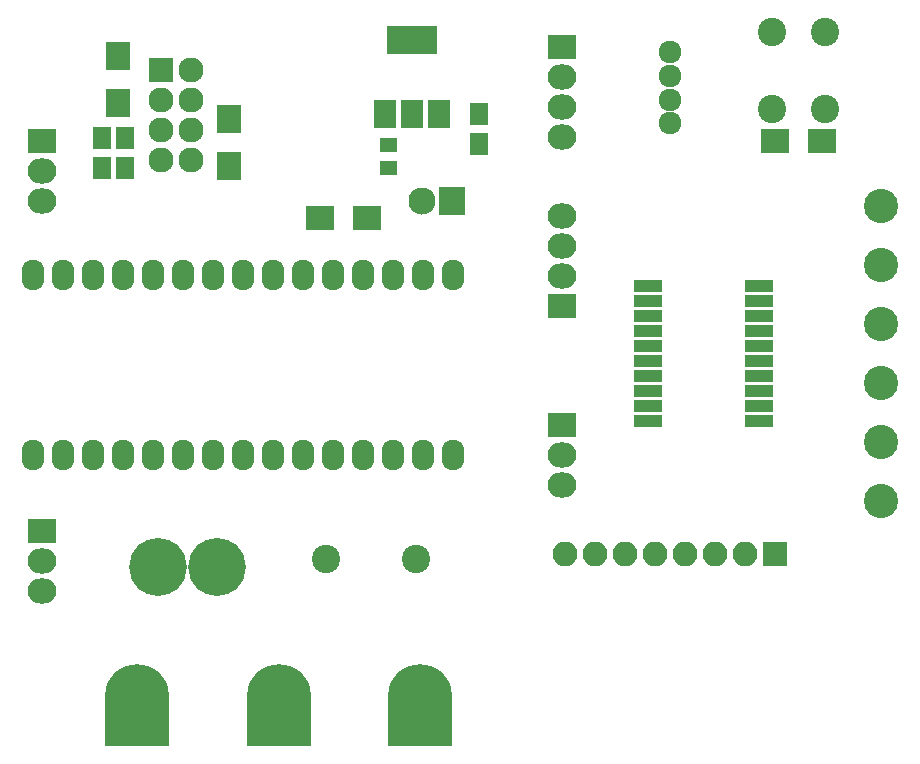
<source format=gbr>
G04 #@! TF.FileFunction,Soldermask,Top*
%FSLAX46Y46*%
G04 Gerber Fmt 4.6, Leading zero omitted, Abs format (unit mm)*
G04 Created by KiCad (PCBNEW 4.0.3-stable) date 01/13/18 15:16:55*
%MOMM*%
%LPD*%
G01*
G04 APERTURE LIST*
%ADD10C,0.100000*%
%ADD11O,1.924000X2.599640*%
%ADD12O,1.924000X2.597100*%
%ADD13R,1.650000X1.900000*%
%ADD14R,2.300000X2.400000*%
%ADD15C,2.300000*%
%ADD16C,2.900000*%
%ADD17R,2.432000X2.127200*%
%ADD18O,2.432000X2.127200*%
%ADD19R,0.900000X1.300000*%
%ADD20C,5.400000*%
%ADD21R,5.400000X4.400000*%
%ADD22C,1.924000*%
%ADD23C,2.400000*%
%ADD24C,2.398980*%
%ADD25R,2.350000X1.000000*%
%ADD26R,2.127200X2.127200*%
%ADD27O,2.127200X2.127200*%
%ADD28R,2.400000X2.100000*%
%ADD29R,2.100000X2.400000*%
%ADD30R,2.100000X2.100000*%
%ADD31O,2.100000X2.100000*%
%ADD32R,4.200000X2.400000*%
%ADD33R,1.900000X2.400000*%
%ADD34C,4.900000*%
G04 APERTURE END LIST*
D10*
D11*
X118780000Y-103380000D03*
X116240000Y-103380000D03*
X113700000Y-103380000D03*
X111160000Y-103380000D03*
X108620000Y-103380000D03*
X106080000Y-103380000D03*
X103540000Y-103380000D03*
X101000000Y-103380000D03*
X98460000Y-103380000D03*
X95920000Y-103380000D03*
X93380000Y-103380000D03*
X90840000Y-103380000D03*
X88300000Y-103380000D03*
X85760000Y-103380000D03*
X83220000Y-103380000D03*
X83220000Y-118620000D03*
X85760000Y-118620000D03*
X88300000Y-118620000D03*
X90840000Y-118620000D03*
D12*
X93380000Y-118620000D03*
X95920000Y-118620000D03*
X98460000Y-118620000D03*
X101000000Y-118620000D03*
X103540000Y-118620000D03*
X106080000Y-118620000D03*
X108620000Y-118620000D03*
X111160000Y-118620000D03*
X113700000Y-118620000D03*
X116240000Y-118620000D03*
X118780000Y-118620000D03*
D13*
X121000000Y-89750000D03*
X121000000Y-92250000D03*
X89000000Y-94250000D03*
X89000000Y-91750000D03*
X91000000Y-94250000D03*
X91000000Y-91750000D03*
D14*
X118700000Y-97100000D03*
D15*
X116160000Y-97100000D03*
D16*
X155000000Y-112500000D03*
X155000000Y-107500000D03*
D17*
X84000000Y-92000000D03*
D18*
X84000000Y-94540000D03*
X84000000Y-97080000D03*
D17*
X84000000Y-125000000D03*
D18*
X84000000Y-127540000D03*
X84000000Y-130080000D03*
D16*
X155000000Y-122500000D03*
X155000000Y-117500000D03*
X155000000Y-102500000D03*
X155000000Y-97500000D03*
D19*
X113000000Y-92300000D03*
X113600000Y-92300000D03*
X113000000Y-94300000D03*
X113600000Y-94300000D03*
D20*
X104000000Y-139000000D03*
D21*
X104000000Y-141000000D03*
X104000000Y-141000000D03*
D20*
X116000000Y-139000000D03*
D21*
X116000000Y-141000000D03*
X116000000Y-141000000D03*
D20*
X92000000Y-139000000D03*
D21*
X92000000Y-141000000D03*
X92000000Y-141000000D03*
D22*
X137100000Y-84500000D03*
X137100000Y-86500000D03*
X137100000Y-88500000D03*
X137100000Y-90500000D03*
D17*
X128000000Y-84000000D03*
D18*
X128000000Y-86540000D03*
X128000000Y-89080000D03*
X128000000Y-91620000D03*
D17*
X128000000Y-116000000D03*
D18*
X128000000Y-118540000D03*
X128000000Y-121080000D03*
D23*
X108000160Y-127400000D03*
X115599840Y-127400000D03*
D24*
X145749560Y-82748800D03*
X150250440Y-89251200D03*
X150250440Y-82748800D03*
X145749560Y-89251200D03*
D25*
X135300000Y-104285000D03*
X135300000Y-105555000D03*
X135300000Y-106825000D03*
X135300000Y-108095000D03*
X135300000Y-109365000D03*
X135300000Y-110635000D03*
X135300000Y-111905000D03*
X135300000Y-113175000D03*
X135300000Y-114445000D03*
X135300000Y-115715000D03*
X144700000Y-115715000D03*
X144700000Y-114445000D03*
X144700000Y-113175000D03*
X144700000Y-111905000D03*
X144700000Y-110635000D03*
X144700000Y-109365000D03*
X144700000Y-108095000D03*
X144700000Y-106825000D03*
X144700000Y-105555000D03*
X144700000Y-104285000D03*
D17*
X128000000Y-106000000D03*
D18*
X128000000Y-103460000D03*
X128000000Y-100920000D03*
X128000000Y-98380000D03*
D26*
X94000000Y-86000000D03*
D27*
X96540000Y-86000000D03*
X94000000Y-88540000D03*
X96540000Y-88540000D03*
X94000000Y-91080000D03*
X96540000Y-91080000D03*
X94000000Y-93620000D03*
X96540000Y-93620000D03*
D28*
X111500000Y-98500000D03*
X107500000Y-98500000D03*
X150000000Y-92000000D03*
X146000000Y-92000000D03*
D29*
X99800000Y-94100000D03*
X99800000Y-90100000D03*
X90400000Y-88800000D03*
X90400000Y-84800000D03*
D30*
X146000000Y-127000000D03*
D31*
X143460000Y-127000000D03*
X140920000Y-127000000D03*
X138380000Y-127000000D03*
X135840000Y-127000000D03*
X133300000Y-127000000D03*
X130760000Y-127000000D03*
X128220000Y-127000000D03*
D32*
X115300000Y-83450000D03*
D33*
X115300000Y-89750000D03*
X117600000Y-89750000D03*
X113000000Y-89750000D03*
D34*
X93800000Y-128100000D03*
X98800000Y-128100000D03*
M02*

</source>
